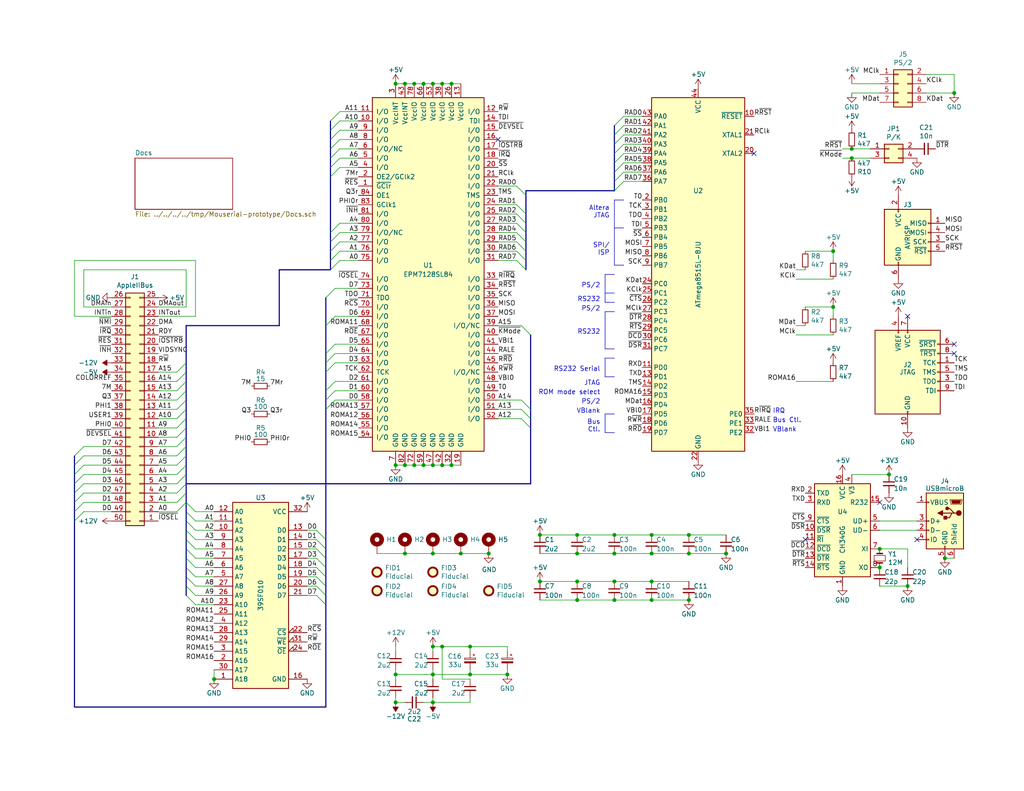
<source format=kicad_sch>
(kicad_sch (version 20230121) (generator eeschema)
  (paper "USLetter")
  (junction (at 260.35 25.4))
  (junction (at 147.32 146.05))
  (junction (at 110.49 22.86))
  (junction (at 118.11 191.77))
  (junction (at 157.48 158.75))
  (junction (at 113.03 127))
  (junction (at 118.11 176.53))
  (junction (at 198.12 151.13))
  (junction (at 123.19 127))
  (junction (at 107.95 184.15))
  (junction (at 123.19 22.86))
  (junction (at 128.27 176.53))
  (junction (at 227.33 68.58))
  (junction (at 120.65 176.53))
  (junction (at 133.35 151.13))
  (junction (at 107.95 191.77))
  (junction (at 240.03 149.86))
  (junction (at 240.03 154.94))
  (junction (at 107.95 127))
  (junction (at 157.48 163.83))
  (junction (at 138.43 184.15))
  (junction (at 147.32 158.75))
  (junction (at 157.48 151.13))
  (junction (at 227.33 83.82))
  (junction (at 118.11 22.86))
  (junction (at 118.11 151.13))
  (junction (at 118.11 127))
  (junction (at 118.11 184.15))
  (junction (at 232.41 43.18))
  (junction (at 113.03 22.86))
  (junction (at 177.8 151.13))
  (junction (at 110.49 127))
  (junction (at 177.8 163.83))
  (junction (at 247.65 160.02))
  (junction (at 115.57 22.86))
  (junction (at 167.64 151.13))
  (junction (at 177.8 146.05))
  (junction (at 125.73 151.13))
  (junction (at 187.96 151.13))
  (junction (at 187.96 163.83))
  (junction (at 257.81 152.4))
  (junction (at 167.64 146.05))
  (junction (at 167.64 158.75))
  (junction (at 177.8 158.75))
  (junction (at 232.41 40.64))
  (junction (at 167.64 163.83))
  (junction (at 115.57 127))
  (junction (at 187.96 146.05))
  (junction (at 110.49 151.13))
  (junction (at 128.27 184.15))
  (junction (at 107.95 22.86))
  (junction (at 120.65 127))
  (junction (at 157.48 146.05))
  (junction (at 58.42 185.42))
  (junction (at 120.65 22.86))
  (junction (at 242.57 129.54))
  (no_connect (at 260.35 93.98))
  (no_connect (at 205.74 41.91))
  (no_connect (at 247.65 86.36))
  (no_connect (at 260.35 96.52))
  (no_connect (at 219.71 147.32))
  (no_connect (at 250.19 147.32))
  (no_connect (at 135.89 38.1))
  (no_connect (at 240.03 137.16))
  (bus_entry (at 88.9 99.06) (size 2.54 -2.54))
  (bus_entry (at 50.8 119.38) (size -2.54 2.54))
  (bus_entry (at 50.8 132.08) (size -2.54 2.54))
  (bus_entry (at 50.8 121.92) (size -2.54 2.54))
  (bus_entry (at 20.32 139.7) (size 2.54 -2.54))
  (bus_entry (at 90.17 48.26) (size 2.54 -2.54))
  (bus_entry (at 50.8 101.6) (size -2.54 2.54))
  (bus_entry (at 143.51 53.34) (size -2.54 -2.54))
  (bus_entry (at 20.32 132.08) (size 2.54 -2.54))
  (bus_entry (at 50.8 116.84) (size -2.54 2.54))
  (bus_entry (at 86.36 162.56) (size 2.54 2.54))
  (bus_entry (at 86.36 160.02) (size 2.54 2.54))
  (bus_entry (at 144.78 116.84) (size -2.54 -2.54))
  (bus_entry (at 144.78 111.76) (size -2.54 -2.54))
  (bus_entry (at 20.32 134.62) (size 2.54 -2.54))
  (bus_entry (at 50.8 137.16) (size 2.54 2.54))
  (bus_entry (at 167.64 49.53) (size 2.54 -2.54))
  (bus_entry (at 20.32 142.24) (size 2.54 -2.54))
  (bus_entry (at 143.51 73.66) (size -2.54 -2.54))
  (bus_entry (at 88.9 101.6) (size 2.54 -2.54))
  (bus_entry (at 50.8 109.22) (size -2.54 2.54))
  (bus_entry (at 167.64 39.37) (size 2.54 -2.54))
  (bus_entry (at 90.17 68.58) (size 2.54 -2.54))
  (bus_entry (at 20.32 129.54) (size 2.54 -2.54))
  (bus_entry (at 90.17 43.18) (size 2.54 -2.54))
  (bus_entry (at 88.9 88.9) (size 2.54 -2.54))
  (bus_entry (at 50.8 99.06) (size -2.54 2.54))
  (bus_entry (at 88.9 81.28) (size 2.54 -2.54))
  (bus_entry (at 50.8 124.46) (size -2.54 2.54))
  (bus_entry (at 88.9 111.76) (size 2.54 -2.54))
  (bus_entry (at 90.17 40.64) (size 2.54 -2.54))
  (bus_entry (at 50.8 104.14) (size -2.54 2.54))
  (bus_entry (at 143.51 58.42) (size -2.54 -2.54))
  (bus_entry (at 50.8 114.3) (size -2.54 2.54))
  (bus_entry (at 50.8 160.02) (size 2.54 2.54))
  (bus_entry (at 90.17 71.12) (size 2.54 -2.54))
  (bus_entry (at 86.36 152.4) (size 2.54 2.54))
  (bus_entry (at 143.51 68.58) (size -2.54 -2.54))
  (bus_entry (at 143.51 71.12) (size -2.54 -2.54))
  (bus_entry (at 167.64 44.45) (size 2.54 -2.54))
  (bus_entry (at 50.8 111.76) (size -2.54 2.54))
  (bus_entry (at 88.9 106.68) (size 2.54 -2.54))
  (bus_entry (at 50.8 154.94) (size 2.54 2.54))
  (bus_entry (at 50.8 144.78) (size 2.54 2.54))
  (bus_entry (at 90.17 45.72) (size 2.54 -2.54))
  (bus_entry (at 143.51 60.96) (size -2.54 -2.54))
  (bus_entry (at 144.78 114.3) (size -2.54 -2.54))
  (bus_entry (at 50.8 129.54) (size -2.54 2.54))
  (bus_entry (at 50.8 127) (size -2.54 2.54))
  (bus_entry (at 167.64 36.83) (size 2.54 -2.54))
  (bus_entry (at 167.64 41.91) (size 2.54 -2.54))
  (bus_entry (at 50.8 162.56) (size 2.54 2.54))
  (bus_entry (at 90.17 38.1) (size 2.54 -2.54))
  (bus_entry (at 86.36 157.48) (size 2.54 2.54))
  (bus_entry (at 90.17 35.56) (size 2.54 -2.54))
  (bus_entry (at 50.8 147.32) (size 2.54 2.54))
  (bus_entry (at 167.64 46.99) (size 2.54 -2.54))
  (bus_entry (at 167.64 34.29) (size 2.54 -2.54))
  (bus_entry (at 86.36 144.78) (size 2.54 2.54))
  (bus_entry (at 88.9 109.22) (size 2.54 -2.54))
  (bus_entry (at 86.36 149.86) (size 2.54 2.54))
  (bus_entry (at 50.8 152.4) (size 2.54 2.54))
  (bus_entry (at 20.32 137.16) (size 2.54 -2.54))
  (bus_entry (at 86.36 147.32) (size 2.54 2.54))
  (bus_entry (at 20.32 127) (size 2.54 -2.54))
  (bus_entry (at 20.32 124.46) (size 2.54 -2.54))
  (bus_entry (at 50.8 139.7) (size 2.54 2.54))
  (bus_entry (at 167.64 52.07) (size 2.54 -2.54))
  (bus_entry (at 50.8 134.62) (size -2.54 2.54))
  (bus_entry (at 50.8 137.16) (size -2.54 2.54))
  (bus_entry (at 50.8 157.48) (size 2.54 2.54))
  (bus_entry (at 86.36 154.94) (size 2.54 2.54))
  (bus_entry (at 88.9 96.52) (size 2.54 -2.54))
  (bus_entry (at 50.8 142.24) (size 2.54 2.54))
  (bus_entry (at 144.78 91.44) (size -2.54 -2.54))
  (bus_entry (at 50.8 106.68) (size -2.54 2.54))
  (bus_entry (at 143.51 66.04) (size -2.54 -2.54))
  (bus_entry (at 90.17 66.04) (size 2.54 -2.54))
  (bus_entry (at 143.51 63.5) (size -2.54 -2.54))
  (bus_entry (at 90.17 73.66) (size 2.54 -2.54))
  (bus_entry (at 90.17 63.5) (size 2.54 -2.54))
  (bus_entry (at 90.17 33.02) (size 2.54 -2.54))
  (bus_entry (at 50.8 149.86) (size 2.54 2.54))
  (wire (pts (xy 92.71 71.12) (xy 97.79 71.12)))
  (wire (pts (xy 177.8 163.83) (xy 187.96 163.83)))
  (wire (pts (xy 91.44 109.22) (xy 97.79 109.22)))
  (bus (pts (xy 167.64 44.45) (xy 167.64 46.99)))
  (wire (pts (xy 97.79 106.68) (xy 91.44 106.68)))
  (wire (pts (xy 240.03 149.86) (xy 247.65 149.86)))
  (wire (pts (xy 20.32 71.12) (xy 20.32 86.36)))
  (bus (pts (xy 88.9 154.94) (xy 88.9 157.48)))
  (polyline (pts (xy 167.64 85.09) (xy 165.1 85.09)))
  (bus (pts (xy 144.78 111.76) (xy 144.78 114.3)))
  (bus (pts (xy 167.64 41.91) (xy 167.64 44.45)))
  (wire (pts (xy 118.11 176.53) (xy 118.11 177.8)))
  (wire (pts (xy 118.11 190.5) (xy 118.11 191.77)))
  (wire (pts (xy 237.49 43.18) (xy 232.41 43.18)))
  (bus (pts (xy 167.64 46.99) (xy 167.64 49.53)))
  (wire (pts (xy 92.71 66.04) (xy 97.79 66.04)))
  (wire (pts (xy 187.96 146.05) (xy 198.12 146.05)))
  (wire (pts (xy 53.34 147.32) (xy 58.42 147.32)))
  (bus (pts (xy 143.51 66.04) (xy 143.51 68.58)))
  (wire (pts (xy 120.65 176.53) (xy 120.65 185.42)))
  (bus (pts (xy 88.9 160.02) (xy 88.9 162.56)))
  (bus (pts (xy 50.8 111.76) (xy 50.8 114.3)))
  (bus (pts (xy 88.9 149.86) (xy 88.9 152.4)))
  (bus (pts (xy 88.9 81.28) (xy 88.9 88.9)))
  (bus (pts (xy 20.32 124.46) (xy 20.32 127)))
  (wire (pts (xy 53.34 157.48) (xy 58.42 157.48)))
  (wire (pts (xy 120.65 176.53) (xy 128.27 176.53)))
  (bus (pts (xy 88.9 162.56) (xy 88.9 165.1)))
  (bus (pts (xy 50.8 157.48) (xy 50.8 160.02)))
  (bus (pts (xy 88.9 99.06) (xy 88.9 101.6)))
  (wire (pts (xy 92.71 63.5) (xy 97.79 63.5)))
  (wire (pts (xy 135.89 109.22) (xy 142.24 109.22)))
  (wire (pts (xy 22.86 127) (xy 30.48 127)))
  (bus (pts (xy 50.8 116.84) (xy 50.8 119.38)))
  (wire (pts (xy 30.48 83.82) (xy 22.86 83.82)))
  (bus (pts (xy 50.8 154.94) (xy 50.8 157.48)))
  (wire (pts (xy 167.64 158.75) (xy 177.8 158.75)))
  (wire (pts (xy 92.71 40.64) (xy 97.79 40.64)))
  (bus (pts (xy 90.17 45.72) (xy 90.17 48.26)))
  (bus (pts (xy 50.8 99.06) (xy 50.8 101.6)))
  (wire (pts (xy 138.43 184.15) (xy 138.43 182.88)))
  (wire (pts (xy 43.18 129.54) (xy 48.26 129.54)))
  (wire (pts (xy 83.82 144.78) (xy 86.36 144.78)))
  (bus (pts (xy 50.8 88.9) (xy 76.2 88.9)))
  (wire (pts (xy 107.95 190.5) (xy 107.95 191.77)))
  (wire (pts (xy 53.34 162.56) (xy 58.42 162.56)))
  (bus (pts (xy 167.64 34.29) (xy 167.64 36.83)))
  (bus (pts (xy 143.51 52.07) (xy 143.51 53.34)))
  (wire (pts (xy 22.86 73.66) (xy 50.8 73.66)))
  (wire (pts (xy 118.11 184.15) (xy 118.11 185.42)))
  (wire (pts (xy 92.71 33.02) (xy 97.79 33.02)))
  (bus (pts (xy 88.9 147.32) (xy 88.9 149.86)))
  (bus (pts (xy 143.51 68.58) (xy 143.51 71.12)))
  (wire (pts (xy 83.82 157.48) (xy 86.36 157.48)))
  (wire (pts (xy 118.11 182.88) (xy 118.11 184.15)))
  (bus (pts (xy 50.8 137.16) (xy 50.8 139.7)))
  (wire (pts (xy 227.33 83.82) (xy 227.33 86.36)))
  (bus (pts (xy 20.32 137.16) (xy 20.32 139.7)))
  (bus (pts (xy 167.64 36.83) (xy 167.64 39.37)))
  (bus (pts (xy 143.51 63.5) (xy 143.51 66.04)))
  (wire (pts (xy 53.34 71.12) (xy 20.32 71.12)))
  (wire (pts (xy 92.71 45.72) (xy 97.79 45.72)))
  (wire (pts (xy 252.73 25.4) (xy 260.35 25.4)))
  (wire (pts (xy 135.89 88.9) (xy 142.24 88.9)))
  (bus (pts (xy 90.17 66.04) (xy 90.17 68.58)))
  (wire (pts (xy 43.18 109.22) (xy 48.26 109.22)))
  (wire (pts (xy 92.71 43.18) (xy 97.79 43.18)))
  (wire (pts (xy 43.18 132.08) (xy 48.26 132.08)))
  (wire (pts (xy 43.18 111.76) (xy 48.26 111.76)))
  (wire (pts (xy 50.8 83.82) (xy 43.18 83.82)))
  (bus (pts (xy 20.32 127) (xy 20.32 129.54)))
  (wire (pts (xy 107.95 184.15) (xy 107.95 185.42)))
  (wire (pts (xy 83.82 147.32) (xy 86.36 147.32)))
  (polyline (pts (xy 167.64 62.23) (xy 170.18 62.23)))
  (wire (pts (xy 53.34 152.4) (xy 58.42 152.4)))
  (bus (pts (xy 50.8 139.7) (xy 50.8 142.24)))
  (bus (pts (xy 143.51 71.12) (xy 143.51 73.66)))
  (wire (pts (xy 157.48 146.05) (xy 147.32 146.05)))
  (wire (pts (xy 175.26 46.99) (xy 170.18 46.99)))
  (wire (pts (xy 252.73 20.32) (xy 260.35 20.32)))
  (bus (pts (xy 167.64 49.53) (xy 167.64 52.07)))
  (wire (pts (xy 118.11 22.86) (xy 115.57 22.86)))
  (wire (pts (xy 135.89 58.42) (xy 140.97 58.42)))
  (wire (pts (xy 147.32 158.75) (xy 157.48 158.75)))
  (polyline (pts (xy 165.1 118.11) (xy 167.64 118.11)))
  (wire (pts (xy 92.71 38.1) (xy 97.79 38.1)))
  (bus (pts (xy 50.8 101.6) (xy 50.8 104.14)))
  (bus (pts (xy 20.32 129.54) (xy 20.32 132.08)))
  (wire (pts (xy 175.26 41.91) (xy 170.18 41.91)))
  (wire (pts (xy 157.48 158.75) (xy 167.64 158.75)))
  (wire (pts (xy 107.95 176.53) (xy 107.95 177.8)))
  (bus (pts (xy 143.51 58.42) (xy 143.51 60.96)))
  (bus (pts (xy 143.51 60.96) (xy 143.51 63.5)))
  (wire (pts (xy 43.18 106.68) (xy 48.26 106.68)))
  (wire (pts (xy 113.03 127) (xy 110.49 127)))
  (wire (pts (xy 138.43 176.53) (xy 138.43 177.8)))
  (wire (pts (xy 58.42 185.42) (xy 58.42 182.88)))
  (wire (pts (xy 43.18 86.36) (xy 53.34 86.36)))
  (wire (pts (xy 83.82 149.86) (xy 86.36 149.86)))
  (wire (pts (xy 219.71 68.58) (xy 227.33 68.58)))
  (wire (pts (xy 43.18 134.62) (xy 48.26 134.62)))
  (bus (pts (xy 90.17 68.58) (xy 90.17 71.12)))
  (bus (pts (xy 144.78 114.3) (xy 144.78 116.84)))
  (wire (pts (xy 22.86 121.92) (xy 30.48 121.92)))
  (wire (pts (xy 260.35 25.4) (xy 260.35 20.32)))
  (wire (pts (xy 22.86 83.82) (xy 22.86 73.66)))
  (wire (pts (xy 198.12 151.13) (xy 187.96 151.13)))
  (wire (pts (xy 177.8 151.13) (xy 187.96 151.13)))
  (bus (pts (xy 90.17 38.1) (xy 90.17 40.64)))
  (wire (pts (xy 157.48 163.83) (xy 147.32 163.83)))
  (wire (pts (xy 240.03 25.4) (xy 232.41 25.4)))
  (wire (pts (xy 177.8 163.83) (xy 167.64 163.83)))
  (wire (pts (xy 135.89 111.76) (xy 142.24 111.76)))
  (wire (pts (xy 107.95 182.88) (xy 107.95 184.15)))
  (wire (pts (xy 43.18 116.84) (xy 48.26 116.84)))
  (wire (pts (xy 157.48 146.05) (xy 167.64 146.05)))
  (wire (pts (xy 250.19 142.24) (xy 240.03 142.24)))
  (bus (pts (xy 90.17 63.5) (xy 90.17 66.04)))
  (wire (pts (xy 135.89 114.3) (xy 142.24 114.3)))
  (wire (pts (xy 91.44 96.52) (xy 97.79 96.52)))
  (wire (pts (xy 247.65 160.02) (xy 240.03 160.02)))
  (bus (pts (xy 50.8 106.68) (xy 50.8 109.22)))
  (wire (pts (xy 120.65 185.42) (xy 128.27 185.42)))
  (bus (pts (xy 50.8 132.08) (xy 50.8 134.62)))
  (bus (pts (xy 50.8 114.3) (xy 50.8 116.84)))
  (wire (pts (xy 229.87 43.18) (xy 232.41 43.18)))
  (bus (pts (xy 167.64 39.37) (xy 167.64 41.91)))
  (wire (pts (xy 97.79 93.98) (xy 91.44 93.98)))
  (wire (pts (xy 97.79 78.74) (xy 91.44 78.74)))
  (wire (pts (xy 135.89 68.58) (xy 140.97 68.58)))
  (wire (pts (xy 22.86 134.62) (xy 30.48 134.62)))
  (polyline (pts (xy 165.1 113.03) (xy 167.64 113.03)))
  (polyline (pts (xy 165.1 74.93) (xy 165.1 82.55)))
  (wire (pts (xy 43.18 104.14) (xy 48.26 104.14)))
  (wire (pts (xy 217.17 104.14) (xy 227.33 104.14)))
  (bus (pts (xy 20.32 134.62) (xy 20.32 137.16)))
  (bus (pts (xy 88.9 165.1) (xy 88.9 193.04)))
  (polyline (pts (xy 165.1 118.11) (xy 165.1 113.03)))
  (bus (pts (xy 50.8 149.86) (xy 50.8 152.4)))
  (wire (pts (xy 128.27 176.53) (xy 138.43 176.53)))
  (bus (pts (xy 90.17 33.02) (xy 90.17 35.56)))
  (wire (pts (xy 22.86 137.16) (xy 30.48 137.16)))
  (wire (pts (xy 227.33 68.58) (xy 227.33 71.12)))
  (wire (pts (xy 125.73 22.86) (xy 123.19 22.86)))
  (wire (pts (xy 53.34 144.78) (xy 58.42 144.78)))
  (bus (pts (xy 50.8 152.4) (xy 50.8 154.94)))
  (bus (pts (xy 76.2 73.66) (xy 90.17 73.66)))
  (polyline (pts (xy 165.1 80.01) (xy 167.64 80.01)))
  (bus (pts (xy 20.32 139.7) (xy 20.32 142.24)))
  (bus (pts (xy 144.78 116.84) (xy 144.78 132.08)))
  (wire (pts (xy 175.26 31.75) (xy 170.18 31.75)))
  (wire (pts (xy 22.86 139.7) (xy 30.48 139.7)))
  (wire (pts (xy 43.18 101.6) (xy 48.26 101.6)))
  (wire (pts (xy 128.27 184.15) (xy 138.43 184.15)))
  (wire (pts (xy 147.32 151.13) (xy 157.48 151.13)))
  (wire (pts (xy 217.17 91.44) (xy 227.33 91.44)))
  (wire (pts (xy 83.82 152.4) (xy 86.36 152.4)))
  (wire (pts (xy 232.41 129.54) (xy 242.57 129.54)))
  (wire (pts (xy 128.27 176.53) (xy 128.27 177.8)))
  (wire (pts (xy 53.34 139.7) (xy 58.42 139.7)))
  (polyline (pts (xy 165.1 82.55) (xy 167.64 82.55)))
  (wire (pts (xy 128.27 190.5) (xy 128.27 191.77)))
  (polyline (pts (xy 165.1 97.79) (xy 165.1 102.87)))
  (bus (pts (xy 90.17 48.26) (xy 90.17 63.5)))
  (wire (pts (xy 92.71 30.48) (xy 97.79 30.48)))
  (wire (pts (xy 120.65 127) (xy 118.11 127)))
  (wire (pts (xy 240.03 22.86) (xy 232.41 22.86)))
  (wire (pts (xy 43.18 119.38) (xy 48.26 119.38)))
  (bus (pts (xy 143.51 52.07) (xy 167.64 52.07)))
  (wire (pts (xy 157.48 151.13) (xy 167.64 151.13)))
  (wire (pts (xy 53.34 160.02) (xy 58.42 160.02)))
  (wire (pts (xy 53.34 154.94) (xy 58.42 154.94)))
  (bus (pts (xy 88.9 106.68) (xy 88.9 109.22)))
  (wire (pts (xy 22.86 132.08) (xy 30.48 132.08)))
  (polyline (pts (xy 165.1 74.93) (xy 167.64 74.93)))
  (wire (pts (xy 43.18 127) (xy 48.26 127)))
  (bus (pts (xy 50.8 142.24) (xy 50.8 144.78)))
  (polyline (pts (xy 165.1 97.79) (xy 167.64 97.79)))
  (wire (pts (xy 157.48 163.83) (xy 167.64 163.83)))
  (wire (pts (xy 118.11 191.77) (xy 128.27 191.77)))
  (wire (pts (xy 113.03 22.86) (xy 110.49 22.86)))
  (wire (pts (xy 53.34 86.36) (xy 53.34 71.12)))
  (wire (pts (xy 118.11 184.15) (xy 107.95 184.15)))
  (bus (pts (xy 90.17 40.64) (xy 90.17 43.18)))
  (wire (pts (xy 177.8 146.05) (xy 187.96 146.05)))
  (wire (pts (xy 91.44 86.36) (xy 97.79 86.36)))
  (wire (pts (xy 43.18 137.16) (xy 48.26 137.16)))
  (wire (pts (xy 175.26 34.29) (xy 170.18 34.29)))
  (wire (pts (xy 43.18 124.46) (xy 48.26 124.46)))
  (wire (pts (xy 135.89 50.8) (xy 140.97 50.8)))
  (wire (pts (xy 107.95 191.77) (xy 110.49 191.77)))
  (wire (pts (xy 115.57 191.77) (xy 118.11 191.77)))
  (bus (pts (xy 50.8 124.46) (xy 50.8 127)))
  (wire (pts (xy 50.8 73.66) (xy 50.8 83.82)))
  (wire (pts (xy 135.89 66.04) (xy 140.97 66.04)))
  (bus (pts (xy 143.51 53.34) (xy 143.51 58.42)))
  (wire (pts (xy 118.11 176.53) (xy 120.65 176.53)))
  (wire (pts (xy 115.57 127) (xy 113.03 127)))
  (wire (pts (xy 43.18 121.92) (xy 48.26 121.92)))
  (wire (pts (xy 97.79 99.06) (xy 91.44 99.06)))
  (wire (pts (xy 167.64 146.05) (xy 177.8 146.05)))
  (wire (pts (xy 247.65 149.86) (xy 247.65 154.94)))
  (bus (pts (xy 50.8 109.22) (xy 50.8 111.76)))
  (bus (pts (xy 50.8 121.92) (xy 50.8 124.46)))
  (polyline (pts (xy 165.1 95.25) (xy 167.64 95.25)))
  (bus (pts (xy 50.8 129.54) (xy 50.8 132.08)))
  (bus (pts (xy 144.78 91.44) (xy 144.78 111.76)))
  (wire (pts (xy 110.49 22.86) (xy 107.95 22.86)))
  (polyline (pts (xy 165.1 102.87) (xy 167.64 102.87)))
  (wire (pts (xy 217.17 88.9) (xy 219.71 88.9)))
  (wire (pts (xy 217.17 73.66) (xy 219.71 73.66)))
  (wire (pts (xy 118.11 151.13) (xy 110.49 151.13)))
  (wire (pts (xy 123.19 127) (xy 125.73 127)))
  (wire (pts (xy 83.82 160.02) (xy 86.36 160.02)))
  (bus (pts (xy 88.9 111.76) (xy 88.9 147.32)))
  (bus (pts (xy 20.32 142.24) (xy 20.32 193.04)))
  (wire (pts (xy 175.26 44.45) (xy 170.18 44.45)))
  (wire (pts (xy 43.18 114.3) (xy 48.26 114.3)))
  (wire (pts (xy 125.73 151.13) (xy 118.11 151.13)))
  (wire (pts (xy 175.26 39.37) (xy 170.18 39.37)))
  (bus (pts (xy 50.8 104.14) (xy 50.8 106.68)))
  (wire (pts (xy 92.71 35.56) (xy 97.79 35.56)))
  (wire (pts (xy 128.27 184.15) (xy 128.27 182.88)))
  (wire (pts (xy 219.71 83.82) (xy 227.33 83.82)))
  (wire (pts (xy 118.11 127) (xy 115.57 127)))
  (bus (pts (xy 50.8 88.9) (xy 50.8 99.06)))
  (wire (pts (xy 83.82 162.56) (xy 86.36 162.56)))
  (wire (pts (xy 110.49 127) (xy 107.95 127)))
  (wire (pts (xy 115.57 22.86) (xy 113.03 22.86)))
  (bus (pts (xy 90.17 35.56) (xy 90.17 38.1)))
  (wire (pts (xy 135.89 71.12) (xy 140.97 71.12)))
  (bus (pts (xy 50.8 119.38) (xy 50.8 121.92)))
  (wire (pts (xy 217.17 76.2) (xy 227.33 76.2)))
  (bus (pts (xy 88.9 96.52) (xy 88.9 99.06)))
  (wire (pts (xy 123.19 22.86) (xy 120.65 22.86)))
  (bus (pts (xy 50.8 127) (xy 50.8 129.54)))
  (wire (pts (xy 175.26 49.53) (xy 170.18 49.53)))
  (wire (pts (xy 22.86 129.54) (xy 30.48 129.54)))
  (wire (pts (xy 53.34 165.1) (xy 58.42 165.1)))
  (wire (pts (xy 118.11 184.15) (xy 128.27 184.15)))
  (bus (pts (xy 50.8 144.78) (xy 50.8 147.32)))
  (bus (pts (xy 20.32 193.04) (xy 88.9 193.04)))
  (wire (pts (xy 133.35 151.13) (xy 125.73 151.13)))
  (polyline (pts (xy 167.64 72.39) (xy 170.18 72.39)))
  (wire (pts (xy 257.81 152.4) (xy 260.35 152.4)))
  (wire (pts (xy 175.26 36.83) (xy 170.18 36.83)))
  (bus (pts (xy 88.9 109.22) (xy 88.9 111.76)))
  (wire (pts (xy 43.18 139.7) (xy 48.26 139.7)))
  (wire (pts (xy 53.34 149.86) (xy 58.42 149.86)))
  (wire (pts (xy 20.32 86.36) (xy 30.48 86.36)))
  (bus (pts (xy 20.32 132.08) (xy 20.32 134.62)))
  (wire (pts (xy 135.89 60.96) (xy 140.97 60.96)))
  (polyline (pts (xy 165.1 85.09) (xy 165.1 95.25)))
  (bus (pts (xy 90.17 71.12) (xy 90.17 73.66)))
  (wire (pts (xy 167.64 151.13) (xy 177.8 151.13)))
  (bus (pts (xy 88.9 101.6) (xy 88.9 106.68)))
  (bus (pts (xy 90.17 43.18) (xy 90.17 45.72)))
  (wire (pts (xy 97.79 60.96) (xy 92.71 60.96)))
  (wire (pts (xy 120.65 127) (xy 123.19 127)))
  (wire (pts (xy 135.89 55.88) (xy 140.97 55.88)))
  (polyline (pts (xy 167.64 54.61) (xy 170.18 54.61)))
  (bus (pts (xy 88.9 88.9) (xy 88.9 96.52)))
  (wire (pts (xy 22.86 124.46) (xy 30.48 124.46)))
  (wire (pts (xy 135.89 63.5) (xy 140.97 63.5)))
  (wire (pts (xy 53.34 142.24) (xy 58.42 142.24)))
  (wire (pts (xy 240.03 144.78) (xy 250.19 144.78)))
  (bus (pts (xy 88.9 152.4) (xy 88.9 154.94)))
  (wire (pts (xy 177.8 158.75) (xy 187.96 158.75)))
  (bus (pts (xy 88.9 157.48) (xy 88.9 160.02)))
  (wire (pts (xy 120.65 22.86) (xy 118.11 22.86)))
  (wire (pts (xy 91.44 104.14) (xy 97.79 104.14)))
  (wire (pts (xy 83.82 154.94) (xy 86.36 154.94)))
  (wire (pts (xy 237.49 40.64) (xy 232.41 40.64)))
  (bus (pts (xy 50.8 147.32) (xy 50.8 149.86)))
  (bus (pts (xy 76.2 88.9) (xy 76.2 73.66)))
  (wire (pts (xy 232.41 40.64) (xy 229.87 40.64)))
  (wire (pts (xy 110.49 151.13) (xy 102.87 151.13)))
  (bus (pts (xy 50.8 134.62) (xy 50.8 137.16)))
  (wire (pts (xy 92.71 68.58) (xy 97.79 68.58)))
  (bus (pts (xy 50.8 132.08) (xy 144.78 132.08)))
  (polyline (pts (xy 167.64 72.39) (xy 167.64 54.61)))
  (bus (pts (xy 50.8 160.02) (xy 50.8 162.56)))
  (text "JTAG" (at 163.83 105.41 0) (effects (font (size 1.27 1.27)) (justify right bottom)))
  (text "PS/2" (at 163.83 78.74 0) (effects (font (size 1.27 1.27)) (justify right bottom)))
  (text "VBlank" (at 210.82 118.11 0) (effects (font (size 1.27 1.27)) (justify left bottom)))
  (text "Bus Ctl." (at 210.82 115.57 0) (effects (font (size 1.27 1.27)) (justify left bottom)))
  (text "SPI/\nISP" (at 166.37 69.85 0) (effects (font (size 1.27 1.27)) (justify right bottom)))
  (text "PS/2" (at 163.83 110.49 0) (effects (font (size 1.27 1.27)) (justify right bottom)))
  (text "RS232" (at 163.83 91.44 0) (effects (font (size 1.27 1.27)) (justify right bottom)))
  (text "RS232" (at 163.83 82.55 0) (effects (font (size 1.27 1.27)) (justify right bottom)))
  (text "ROM mode select" (at 163.83 107.95 0) (effects (font (size 1.27 1.27)) (justify right bottom)))
  (text "RS232 Serial" (at 163.83 101.6 0) (effects (font (size 1.27 1.27)) (justify right bottom)))
  (text "IRQ" (at 210.82 113.03 0) (effects (font (size 1.27 1.27)) (justify left bottom)))
  (text "Altera\nJTAG" (at 166.37 59.69 0) (effects (font (size 1.27 1.27)) (justify right bottom)))
  (text "PS/2" (at 163.83 85.09 0) (effects (font (size 1.27 1.27)) (justify right bottom)))
  (text "VBlank" (at 163.83 113.03 0) (effects (font (size 1.27 1.27)) (justify right bottom)))
  (text "Bus\nCtl." (at 163.83 118.11 0) (effects (font (size 1.27 1.27)) (justify right bottom)))
  (label "T0" (at 175.26 54.61 180))
  (label "KDat" (at 175.26 77.47 180))
  (label "A6" (at 58.42 154.94 180))
  (label "VIDSYNC" (at 43.18 96.52 0))
  (label "RAD0" (at 135.89 50.8 0))
  (label "DMA" (at 43.18 88.9 0))
  (label "~{INH}" (at 30.48 96.52 180))
  (label "VBl0" (at 175.26 113.03 180))
  (label "TDI" (at 135.89 33.02 0))
  (label "A5" (at 43.18 127 0))
  (label "R~{OE}" (at 83.82 177.8 0))
  (label "R~{IRQ}" (at 135.89 76.2 0))
  (label "INTin" (at 30.48 86.36 180))
  (label "~{DEVSEL}" (at 30.48 119.38 180))
  (label "RAD5" (at 135.89 66.04 0))
  (label "VBl0" (at 135.89 104.14 0))
  (label "T0" (at 135.89 106.68 0))
  (label "D5" (at 97.79 93.98 180))
  (label "R~{CS}" (at 83.82 172.72 0))
  (label "RAD3" (at 175.26 39.37 180))
  (label "RAD4" (at 175.26 41.91 180))
  (label "RAD1" (at 175.26 34.29 180))
  (label "D1" (at 83.82 147.32 0))
  (label "RAD3" (at 135.89 60.96 0))
  (label "A12" (at 135.89 114.3 0))
  (label "D7" (at 83.82 162.56 0))
  (label "RClk" (at 205.74 36.83 0))
  (label "VBl1" (at 205.74 118.11 0))
  (label "~{DCD}" (at 219.71 149.86 180))
  (label "TDI" (at 260.35 106.68 0))
  (label "Q3" (at 30.48 109.22 180))
  (label "~{IOSTRB}" (at 43.18 93.98 0))
  (label "A1" (at 43.18 137.16 0))
  (label "A7" (at 43.18 121.92 0))
  (label "7M" (at 30.48 106.68 180))
  (label "~{DTR}" (at 219.71 152.4 180))
  (label "A15" (at 135.89 88.9 0))
  (label "RAD1" (at 135.89 55.88 0))
  (label "ROMA14" (at 58.42 175.26 180))
  (label "A8" (at 58.42 160.02 180))
  (label "MOSI" (at 135.89 86.36 0))
  (label "ROMA11" (at 97.79 88.9 180))
  (label "TXD" (at 219.71 137.16 180))
  (label "~{RES}" (at 30.48 93.98 180))
  (label "D6" (at 30.48 124.46 180))
  (label "ROMA16" (at 217.17 104.14 180))
  (label "DMAin" (at 30.48 83.82 180))
  (label "ROMA11" (at 58.42 167.64 180))
  (label "A15" (at 43.18 101.6 0))
  (label "D2" (at 30.48 134.62 180))
  (label "R~{RD}" (at 175.26 118.11 180))
  (label "R~{RST}" (at 229.87 40.64 180))
  (label "Q3" (at 68.58 113.03 180))
  (label "D3" (at 97.79 99.06 180))
  (label "A6" (at 43.18 124.46 0))
  (label "A10" (at 43.18 114.3 0))
  (label "KClk" (at 252.73 22.86 0))
  (label "KDat" (at 217.17 73.66 180))
  (label "TDO" (at 175.26 59.69 180))
  (label "ROMA13" (at 58.42 172.72 180))
  (label "~{IOSEL}" (at 97.79 76.2 180))
  (label "RAD6" (at 135.89 68.58 0))
  (label "D6" (at 83.82 160.02 0))
  (label "A7" (at 58.42 157.48 180))
  (label "~{NMI}" (at 30.48 88.9 180))
  (label "~{IRQ}" (at 135.89 43.18 0))
  (label "A0" (at 43.18 139.7 0))
  (label "~{SS}" (at 135.89 45.72 0))
  (label "ROMA16" (at 175.26 107.95 180))
  (label "MOSI" (at 175.26 67.31 180))
  (label "TDO" (at 97.79 81.28 180))
  (label "A0" (at 97.79 71.12 180))
  (label "7Mr" (at 97.79 48.26 180))
  (label "TMS" (at 175.26 105.41 180))
  (label "A7" (at 97.79 40.64 180))
  (label "RAD0" (at 175.26 31.75 180))
  (label "ROMA12" (at 97.79 114.3 180))
  (label "MISO" (at 175.26 69.85 180))
  (label "A0" (at 58.42 139.7 180))
  (label "A10" (at 97.79 33.02 180))
  (label "SCK" (at 175.26 72.39 180))
  (label "COLORREF" (at 30.48 104.14 180))
  (label "RAD2" (at 175.26 36.83 180))
  (label "D7" (at 97.79 78.74 180))
  (label "A13" (at 135.89 111.76 0))
  (label "MDat" (at 240.03 27.94 180))
  (label "~{DTR}" (at 175.26 87.63 180))
  (label "Q3r" (at 73.66 113.03 0))
  (label "RDY" (at 43.18 91.44 0))
  (label "ROMA15" (at 58.42 177.8 180))
  (label "RAD5" (at 175.26 44.45 180))
  (label "D0" (at 83.82 144.78 0))
  (label "KDat" (at 252.73 27.94 0))
  (label "D0" (at 97.79 109.22 180))
  (label "MDat" (at 217.17 88.9 180))
  (label "D4" (at 30.48 129.54 180))
  (label "D0" (at 30.48 139.7 180))
  (label "~{IOSTRB}" (at 135.89 40.64 0))
  (label "A1" (at 58.42 142.24 180))
  (label "ROMA14" (at 97.79 116.84 180))
  (label "RXD" (at 175.26 100.33 180))
  (label "ROMA16" (at 58.42 180.34 180))
  (label "PHI0r" (at 97.79 55.88 180))
  (label "RXD" (at 219.71 134.62 180))
  (label "A12" (at 43.18 109.22 0))
  (label "A4" (at 97.79 60.96 180))
  (label "D3" (at 83.82 152.4 0))
  (label "A9" (at 97.79 35.56 180))
  (label "D4" (at 97.79 96.52 180))
  (label "A8" (at 97.79 38.1 180))
  (label "A11" (at 97.79 30.48 180))
  (label "INTout" (at 43.18 86.36 0))
  (label "R~{W}" (at 135.89 30.48 0))
  (label "MClk" (at 240.03 20.32 180))
  (label "PHI0r" (at 73.66 120.65 0))
  (label "VBl1" (at 135.89 93.98 0))
  (label "RAD7" (at 175.26 49.53 180))
  (label "A9" (at 58.42 162.56 180))
  (label "MISO" (at 135.89 83.82 0))
  (label "R~{RST}" (at 135.89 78.74 0))
  (label "R~{IRQ}" (at 205.74 113.03 0))
  (label "~{IRQ}" (at 30.48 91.44 180))
  (label "TMS" (at 260.35 101.6 0))
  (label "RALE" (at 205.74 115.57 0))
  (label "TXD" (at 175.26 102.87 180))
  (label "~{DCD}" (at 175.26 92.71 180))
  (label "A9" (at 43.18 116.84 0))
  (label "A2" (at 97.79 66.04 180))
  (label "D3" (at 30.48 132.08 180))
  (label "R~{RST}" (at 257.81 68.58 0))
  (label "R~{W}" (at 43.18 99.06 0))
  (label "7M" (at 68.58 105.41 180))
  (label "TCK" (at 260.35 99.06 0))
  (label "R~{RST}" (at 205.74 31.75 0))
  (label "A3" (at 58.42 147.32 180))
  (label "D1" (at 30.48 137.16 180))
  (label "A8" (at 43.18 119.38 0))
  (label "R~{RD}" (at 135.89 99.06 0))
  (label "R~{WR}" (at 135.89 101.6 0))
  (label "RALE" (at 135.89 96.52 0))
  (label "MClk" (at 217.17 91.44 180))
  (label "Q3r" (at 97.79 53.34 180))
  (label "A13" (at 43.18 106.68 0))
  (label "A3" (at 43.18 132.08 0))
  (label "~{RTS}" (at 219.71 154.94 180))
  (label "A4" (at 58.42 149.86 180))
  (label "~{KMode}" (at 135.89 91.44 0))
  (label "TDO" (at 260.35 104.14 0))
  (label "~{DSR}" (at 175.26 95.25 180))
  (label "SCK" (at 257.81 66.04 0))
  (label "TMS" (at 135.89 53.34 0))
  (label "A5" (at 58.42 152.4 180))
  (label "~{KMode}" (at 229.87 43.18 180))
  (label "RClk" (at 135.89 48.26 0))
  (label "MISO" (at 257.81 60.96 0))
  (label "PHI1" (at 30.48 111.76 180))
  (label "~{DTR}" (at 255.27 40.64 0))
  (label "D1" (at 97.79 106.68 180))
  (label "A5" (at 97.79 45.72 180))
  (label "SCK" (at 135.89 81.28 0))
  (label "A3" (at 97.79 63.5 180))
  (label "R~{OE}" (at 97.79 91.44 180))
  (label "ROMA13" (at 97.79 111.76 180))
  (label "KClk" (at 175.26 80.01 180))
  (label "RAD2" (at 135.89 58.42 0))
  (label "A10" (at 58.42 165.1 180))
  (label "TCK" (at 175.26 57.15 180))
  (label "R~{W}" (at 83.82 175.26 0))
  (label "A11" (at 43.18 111.76 0))
  (label "A2" (at 43.18 134.62 0))
  (label "D4" (at 83.82 154.94 0))
  (label "A14" (at 43.18 104.14 0))
  (label "~{RES}" (at 97.79 50.8 180))
  (label "TDI" (at 175.26 62.23 180))
  (label "D7" (at 30.48 121.92 180))
  (label "~{SS}" (at 175.26 64.77 180))
  (label "D5" (at 30.48 127 180))
  (label "~{DEVSEL}" (at 135.89 35.56 0))
  (label "7Mr" (at 73.66 105.41 0))
  (label "~{CTS}" (at 175.26 82.55 180))
  (label "MDat" (at 175.26 110.49 180))
  (label "A14" (at 135.89 109.22 0))
  (label "KClk" (at 217.17 76.2 180))
  (label "RAD6" (at 175.26 46.99 180))
  (label "A1" (at 97.79 68.58 180))
  (label "ROMA12" (at 58.42 170.18 180))
  (label "PHI0" (at 68.58 120.65 180))
  (label "A6" (at 97.79 43.18 180))
  (label "D2" (at 97.79 104.14 180))
  (label "~{IOSEL}" (at 43.18 142.24 0))
  (label "~{CTS}" (at 219.71 142.24 180))
  (label "MOSI" (at 257.81 63.5 0))
  (label "A4" (at 43.18 129.54 0))
  (label "RAD4" (at 135.89 63.5 0))
  (label "TCK" (at 97.79 101.6 180))
  (label "DMAout" (at 43.18 83.82 0))
  (label "D5" (at 83.82 157.48 0))
  (label "D2" (at 83.82 149.86 0))
  (label "PHI0" (at 30.48 116.84 180))
  (label "ROMA15" (at 97.79 119.38 180))
  (label "MClk" (at 175.26 85.09 180))
  (label "RAD7" (at 135.89 71.12 0))
  (label "~{INH}" (at 97.79 58.42 180))
  (label "R~{CS}" (at 97.79 83.82 180))
  (label "~{DSR}" (at 219.71 144.78 180))
  (label "~{RTS}" (at 175.26 90.17 180))
  (label "R~{WR}" (at 175.26 115.57 180))
  (label "USER1" (at 30.48 114.3 180))
  (label "A2" (at 58.42 144.78 180))
  (label "D6" (at 97.79 86.36 180))
  (symbol (lib_id "power:GND") (at 187.96 163.83 0) (unit 1)
    (property "Reference" "#PWR0145" (effects hide))
    (property "Value" "GND" (at 187.96 167.64 0))
  )
  (symbol (lib_id "power:+5V") (at 118.11 176.53 0) (mirror y) (unit 1)
    (property "Reference" "#PWR0146" (effects hide))
    (property "Value" "+5V" (at 118.11 172.72 0))
  )
  (symbol (lib_id "Mouserial-rescue:EPM7128SL84-stdparts") (at 116.84 73.66 0) (mirror y) (unit 1)
    (property "Reference" "U1" (at 116.84 72.39 0))
    (property "Value" "EPM7128SL84" (at 116.84 74.93 0))
    (property "Footprint" "stdpads:PLCC-84_SMDSocket" (effects hide))
  )
  (symbol (lib_id "Device:C_Small") (at 157.48 161.29 0) (unit 1)
    (property "Reference" "C8" (at 158.75 160.02 0) (effects (justify left)))
    (property "Value" "100n" (at 158.75 162.56 0) (effects (justify left)))
    (property "Footprint" "stdpads:C_0805" (effects hide))
  )
  (symbol (lib_id "Device:C_Small") (at 167.64 161.29 0) (unit 1)
    (property "Reference" "C9" (at 168.91 160.02 0) (effects (justify left)))
    (property "Value" "100n" (at 168.91 162.56 0) (effects (justify left)))
    (property "Footprint" "stdpads:C_0805" (effects hide))
  )
  (symbol (lib_id "Device:C_Small") (at 177.8 161.29 0) (unit 1)
    (property "Reference" "C10" (at 179.07 160.02 0) (effects (justify left)))
    (property "Value" "100n" (at 179.07 162.56 0) (effects (justify left)))
    (property "Footprint" "stdpads:C_0805" (effects hide))
  )
  (symbol (lib_id "Device:C_Small") (at 187.96 161.29 0) (unit 1)
    (property "Reference" "C11" (at 189.23 160.02 0) (effects (justify left)))
    (property "Value" "100n" (at 189.23 162.56 0) (effects (justify left)))
    (property "Footprint" "stdpads:C_0805" (effects hide))
  )
  (symbol (lib_id "Mechanical:MountingHole_Pad") (at 125.73 148.59 0) (unit 1)
    (property "Reference" "H4" (at 128.27 147.2946 0) (effects (justify left)))
    (property "Value" " " (at 128.27 149.606 0) (effects (justify left)))
    (property "Footprint" "stdpads:PasteHole_1.1mm_PTH" (effects hide))
  )
  (symbol (lib_id "Mechanical:MountingHole_Pad") (at 133.35 148.59 0) (unit 1)
    (property "Reference" "H5" (at 135.89 147.2946 0) (effects (justify left)))
    (property "Value" " " (at 135.89 149.606 0) (effects (justify left)))
    (property "Footprint" "stdpads:PasteHole_1.1mm_PTH" (effects hide))
  )
  (symbol (lib_id "Connector_Generic:Conn_02x25_Counter_Clockwise") (at 38.1 111.76 180) (unit 1)
    (property "Reference" "J1" (at 36.83 75.565 0))
    (property "Value" "AppleIIBus" (at 36.83 77.8764 0))
    (property "Footprint" "stdpads:AppleIIBus_Edge" (effects hide))
  )
  (symbol (lib_id "power:-12V") (at 30.48 99.06 90) (unit 1)
    (property "Reference" "#PWR0102" (effects hide))
    (property "Value" "-12V" (at 26.67 99.06 90) (effects (justify left)))
  )
  (symbol (lib_id "power:-5V") (at 30.48 101.6 90) (unit 1)
    (property "Reference" "#PWR0101" (effects hide))
    (property "Value" "-5V" (at 26.67 101.6 90) (effects (justify left)))
  )
  (symbol (lib_id "power:+12V") (at 30.48 142.24 90) (unit 1)
    (property "Reference" "#PWR0103" (effects hide))
    (property "Value" "+12V" (at 26.67 142.24 90) (effects (justify left)))
  )
  (symbol (lib_id "power:GND") (at 30.48 81.28 270) (unit 1)
    (property "Reference" "#PWR0108" (effects hide))
    (property "Value" "GND" (at 25.4 81.28 90))
  )
  (symbol (lib_id "power:+5V") (at 43.18 81.28 270) (unit 1)
    (property "Reference" "#PWR0109" (effects hide))
    (property "Value" "+5V" (at 48.26 81.28 90))
  )
  (symbol (lib_id "Device:C_Small") (at 118.11 187.96 0) (mirror y) (unit 1)
    (property "Reference" "C15" (at 116.84 186.69 0) (effects (justify left)))
    (property "Value" "2u2" (at 116.84 189.23 0) (effects (justify left)))
    (property "Footprint" "stdpads:C_0805" (effects hide))
  )
  (symbol (lib_id "power:-5V") (at 118.11 191.77 0) (mirror x) (unit 1)
    (property "Reference" "#PWR0112" (effects hide))
    (property "Value" "-5V" (at 118.11 195.58 0))
  )
  (symbol (lib_id "Device:C_Small") (at 118.11 180.34 0) (mirror y) (unit 1)
    (property "Reference" "C14" (at 116.84 179.07 0) (effects (justify left)))
    (property "Value" "2u2" (at 116.84 181.61 0) (effects (justify left)))
    (property "Footprint" "stdpads:C_0805" (effects hide))
  )
  (symbol (lib_id "Mouserial-rescue:CP_Small-Device") (at 128.27 180.34 0) (mirror y) (unit 1)
    (property "Reference" "C16" (at 126.0348 179.1716 0) (effects (justify left)))
    (property "Value" "33u" (at 126.0348 181.483 0) (effects (justify left)))
    (property "Footprint" "stdpads:CP_EIA-3528" (effects hide))
  )
  (symbol (lib_id "Device:C_Small") (at 147.32 148.59 0) (unit 1)
    (property "Reference" "C1" (at 148.59 147.32 0) (effects (justify left)))
    (property "Value" "2u2" (at 148.59 149.86 0) (effects (justify left)))
    (property "Footprint" "stdpads:C_0805" (effects hide))
  )
  (symbol (lib_id "Device:C_Small") (at 198.12 148.59 0) (unit 1)
    (property "Reference" "C6" (at 199.39 147.32 0) (effects (justify left)))
    (property "Value" "100n" (at 199.39 149.86 0) (effects (justify left)))
    (property "Footprint" "stdpads:C_0805" (effects hide))
  )
  (symbol (lib_id "Device:C_Small") (at 167.64 148.59 0) (unit 1)
    (property "Reference" "C3" (at 168.91 147.32 0) (effects (justify left)))
    (property "Value" "100n" (at 168.91 149.86 0) (effects (justify left)))
    (property "Footprint" "stdpads:C_0805" (effects hide))
  )
  (symbol (lib_id "Device:C_Small") (at 157.48 148.59 0) (unit 1)
    (property "Reference" "C2" (at 158.75 147.32 0) (effects (justify left)))
    (property "Value" "2u2" (at 158.75 149.86 0) (effects (justify left)))
    (property "Footprint" "stdpads:C_0805" (effects hide))
  )
  (symbol (lib_id "power:GND") (at 198.12 151.13 0) (unit 1)
    (property "Reference" "#PWR0110" (effects hide))
    (property "Value" "GND" (at 198.12 154.94 0))
  )
  (symbol (lib_id "power:+5V") (at 147.32 158.75 0) (unit 1)
    (property "Reference" "#PWR0111" (effects hide))
    (property "Value" "+5V" (at 147.32 154.94 0))
  )
  (symbol (lib_id "power:GND") (at 138.43 184.15 0) (unit 1)
    (property "Reference" "#PWR0115" (effects hide))
    (property "Value" "GND" (at 138.43 187.96 0))
  )
  (symbol (lib_id "Mechanical:Fiducial") (at 102.87 156.21 0) (unit 1)
    (property "Reference" "FID1" (at 105.029 155.0416 0) (effects (justify left)))
    (property "Value" "Fiducial" (at 105.029 157.353 0) (effects (justify left)))
    (property "Footprint" "stdpads:Fiducial" (effects hide))
  )
  (symbol (lib_id "Mechanical:Fiducial") (at 102.87 161.29 0) (unit 1)
    (property "Reference" "FID2" (at 105.029 160.1216 0) (effects (justify left)))
    (property "Value" "Fiducial" (at 105.029 162.433 0) (effects (justify left)))
    (property "Footprint" "stdpads:Fiducial" (effects hide))
  )
  (symbol (lib_id "Mechanical:Fiducial") (at 118.11 161.29 0) (unit 1)
    (property "Reference" "FID4" (at 120.269 160.1216 0) (effects (justify left)))
    (property "Value" "Fiducial" (at 120.269 162.433 0) (effects (justify left)))
    (property "Footprint" "stdpads:Fiducial" (effects hide))
  )
  (symbol (lib_id "Mechanical:Fiducial") (at 118.11 156.21 0) (unit 1)
    (property "Reference" "FID3" (at 120.269 155.0416 0) (effects (justify left)))
    (property "Value" "Fiducial" (at 120.269 157.353 0) (effects (justify left)))
    (property "Footprint" "stdpads:Fiducial" (effects hide))
  )
  (symbol (lib_id "Mechanical:Fiducial") (at 133.35 161.29 0) (unit 1)
    (property "Reference" "FID5" (at 135.509 160.1216 0) (effects (justify left)))
    (property "Value" "Fiducial" (at 135.509 162.433 0) (effects (justify left)))
    (property "Footprint" "stdpads:Fiducial" (effects hide))
  )
  (symbol (lib_id "Mouserial-rescue:CP_Small-Device") (at 138.43 180.34 0) (mirror y) (unit 1)
    (property "Reference" "C23" (at 136.1948 179.1716 0) (effects (justify left)))
    (property "Value" "33u" (at 136.1948 181.483 0) (effects (justify left)))
    (property "Footprint" "stdpads:CP_EIA-3528" (effects hide))
  )
  (symbol (lib_id "power:GND") (at 242.57 134.62 0) (unit 1)
    (property "Reference" "#PWR0129" (effects hide))
    (property "Value" "GND" (at 242.57 138.43 0))
  )
  (symbol (lib_id "Device:C_Small") (at 128.27 187.96 0) (mirror y) (unit 1)
    (property "Reference" "C17" (at 127 186.69 0) (effects (justify left)))
    (property "Value" "2u2" (at 127 189.23 0) (effects (justify left)))
    (property "Footprint" "stdpads:C_0805" (effects hide))
  )
  (symbol (lib_id "power:GND") (at 58.42 185.42 0) (unit 1)
    (property "Reference" "#PWR0138" (effects hide))
    (property "Value" "GND" (at 58.42 189.23 0))
  )
  (symbol (lib_id "Device:R_Small") (at 227.33 101.6 0) (unit 1)
    (property "Reference" "R7" (at 228.8286 100.4316 0) (effects (justify left)))
    (property "Value" "4k7" (at 228.8286 102.743 0) (effects (justify left)))
    (property "Footprint" "stdpads:R_0805" (effects hide))
  )
  (symbol (lib_id "power:+5V") (at 227.33 99.06 0) (unit 1)
    (property "Reference" "#PWR0139" (effects hide))
    (property "Value" "+5V" (at 227.33 95.25 0))
  )
  (symbol (lib_id "Device:C_Small") (at 113.03 191.77 270) (mirror x) (unit 1)
    (property "Reference" "C22" (at 113.03 195.58 90) (effects (justify bottom)))
    (property "Value" "2u2" (at 113.03 194.31 90))
    (property "Footprint" "stdpads:C_0805" (effects hide))
  )
  (symbol (lib_id "Connector_Generic:Conn_02x04_Odd_Even") (at 245.11 22.86 0) (unit 1)
    (property "Reference" "J5" (at 246.38 14.8082 0))
    (property "Value" "PS/2" (at 246.38 17.1196 0))
    (property "Footprint" "stdpads:IDC_SMD_2x04_P2.54mm_Vertical" (effects hide))
  )
  (symbol (lib_id "power:GND") (at 232.41 25.4 0) (unit 1)
    (property "Reference" "#PWR0107" (effects hide))
    (property "Value" "GND" (at 232.41 29.21 0))
  )
  (symbol (lib_id "power:+5V") (at 232.41 22.86 0) (unit 1)
    (property "Reference" "#PWR0130" (effects hide))
    (property "Value" "+5V" (at 232.41 19.05 0))
  )
  (symbol (lib_id "power:GND") (at 260.35 25.4 0) (unit 1)
    (property "Reference" "#PWR0131" (effects hide))
    (property "Value" "GND" (at 260.35 29.21 0))
  )
  (symbol (lib_id "Device:R_Small") (at 219.71 71.12 0) (unit 1)
    (property "Reference" "R8" (at 221.2086 69.9516 0) (effects (justify left)))
    (property "Value" "4k7" (at 221.2086 72.263 0) (effects (justify left)))
    (property "Footprint" "stdpads:R_0805" (effects hide))
  )
  (symbol (lib_id "Device:R_Small") (at 227.33 73.66 0) (unit 1)
    (property "Reference" "R9" (at 228.8286 72.4916 0) (effects (justify left)))
    (property "Value" "4k7" (at 228.8286 74.803 0) (effects (justify left)))
    (property "Footprint" "stdpads:R_0805" (effects hide))
  )
  (symbol (lib_id "power:+5V") (at 227.33 68.58 0) (unit 1)
    (property "Reference" "#PWR0134" (effects hide))
    (property "Value" "+5V" (at 227.33 64.77 0))
  )
  (symbol (lib_id "Device:R_Small") (at 71.12 105.41 270) (unit 1)
    (property "Reference" "R4" (at 71.12 101.6 90))
    (property "Value" "15" (at 71.12 104.14 90) (effects (justify bottom)))
    (property "Footprint" "stdpads:R_0805" (effects hide))
  )
  (symbol (lib_id "Connector_Generic:Conn_02x02_Odd_Even") (at 242.57 40.64 0) (unit 1)
    (property "Reference" "JP1" (at 243.84 35.1282 0))
    (property "Value" "P/K" (at 243.84 37.4396 0))
    (property "Footprint" "Connector_PinHeader_2.54mm:PinHeader_2x02_P2.54mm_Vertical_SMD" (effects hide))
  )
  (symbol (lib_id "Device:R_Small") (at 232.41 45.72 0) (mirror x) (unit 1)
    (property "Reference" "R10" (at 233.9086 46.8884 0) (effects (justify left)))
    (property "Value" "4k7" (at 233.9086 44.577 0) (effects (justify left)))
    (property "Footprint" "stdpads:R_0805" (effects hide))
  )
  (symbol (lib_id "power:+5V") (at 232.41 48.26 0) (mirror x) (unit 1)
    (property "Reference" "#PWR0133" (effects hide))
    (property "Value" "+5V" (at 232.41 52.07 0))
  )
  (symbol (lib_id "power:GND") (at 250.19 43.18 0) (unit 1)
    (property "Reference" "#PWR0137" (effects hide))
    (property "Value" "GND" (at 250.19 46.99 0))
  )
  (symbol (lib_id "Device:R_Small") (at 71.12 113.03 270) (unit 1)
    (property "Reference" "R6" (at 71.12 109.22 90))
    (property "Value" "100" (at 71.12 111.76 90) (effects (justify bottom)))
    (property "Footprint" "stdpads:R_0805" (effects hide))
  )
  (symbol (lib_id "Device:R_Small") (at 71.12 120.65 270) (unit 1)
    (property "Reference" "R5" (at 71.12 116.84 90))
    (property "Value" "100" (at 71.12 119.38 90) (effects (justify bottom)))
    (property "Footprint" "stdpads:R_0805" (effects hide))
  )
  (symbol (lib_id "Mouserial-rescue:AVR-JTAG-10-Connector") (at 247.65 101.6 0) (unit 1)
    (property "Reference" "J2" (at 247.65 100.33 0) (effects (justify bottom)))
    (property "Value" "JTAG" (at 247.65 101.6 0))
    (property "Footprint" "stdpads:IDC_SMD_2x05_P2.54mm_Vertical" (effects hide))
    (property "Datasheet" " ~" (effects hide))
  )
  (symbol (lib_id "power:GND") (at 247.65 116.84 0) (unit 1)
    (property "Reference" "#PWR0114" (effects hide))
    (property "Value" "GND" (at 247.65 120.65 0))
  )
  (symbol (lib_id "power:+5V") (at 245.11 86.36 0) (unit 1)
    (property "Reference" "#PWR0104" (effects hide))
    (property "Value" "+5V" (at 245.11 82.55 0))
  )
  (symbol (lib_id "Interface_USB:CH340G") (at 229.87 144.78 0) (mirror y) (unit 1)
    (property "Reference" "U4" (at 229.87 139.7 0))
    (property "Value" "CH340G" (at 229.87 147.32 90))
    (property "Footprint" "stdpads:SOIC-16_3.9mm" (effects hide))
    (property "Datasheet" "http://www.datasheet5.com/pdf-local-2195953" (effects hide))
  )
  (symbol (lib_id "Device:Crystal_Small") (at 240.03 152.4 270) (unit 1)
    (property "Reference" "Y1" (at 242.2652 151.2316 90) (effects (justify left)))
    (property "Value" "12M" (at 242.2652 153.543 90) (effects (justify left)))
    (property "Footprint" "stdpads:Crystal_HC49-SMD" (effects hide))
  )
  (symbol (lib_id "Mouserial-rescue:USB_B_Micro-Connector") (at 257.81 142.24 0) (mirror y) (unit 1)
    (property "Reference" "J4" (at 257.81 132.08 0) (effects (justify bottom)))
    (property "Value" "USBmicroB" (at 257.81 133.35 0))
    (property "Footprint" "stdpads:USB_Micro-B_Amphenol_10118192-0001" (effects hide))
  )
  (symbol (lib_id "Device:C_Small") (at 252.73 40.64 270) (unit 1)
    (property "Reference" "C21" (at 252.73 34.8234 90))
    (property "Value" "10n" (at 252.73 37.1348 90))
    (property "Footprint" "stdpads:C_0805" (effects hide))
  )
  (symbol (lib_id "power:GND") (at 257.81 152.4 0) (mirror y) (unit 1)
    (property "Reference" "#PWR0113" (effects hide))
    (property "Value" "GND" (at 257.81 156.21 0))
  )
  (symbol (lib_id "power:+5V") (at 229.87 129.54 0) (mirror y) (unit 1)
    (property "Reference" "#PWR0121" (effects hide))
    (property "Value" "+5V" (at 229.87 125.73 0))
  )
  (symbol (lib_id "Device:C_Small") (at 240.03 157.48 0) (unit 1)
    (property "Reference" "C18" (at 241.3 156.21 0) (effects (justify left)))
    (property "Value" "22p" (at 241.3 158.75 0) (effects (justify left)))
    (property "Footprint" "stdpads:C_0805" (effects hide))
  )
  (symbol (lib_id "Device:C_Small") (at 247.65 157.48 0) (unit 1)
    (property "Reference" "C20" (at 248.92 156.21 0) (effects (justify left)))
    (property "Value" "22p" (at 248.92 158.75 0) (effects (justify left)))
    (property "Footprint" "stdpads:C_0805" (effects hide))
  )
  (symbol (lib_id "power:GND") (at 247.65 160.02 0) (mirror y) (unit 1)
    (property "Reference" "#PWR0122" (effects hide))
    (property "Value" "GND" (at 247.65 163.83 0))
  )
  (symbol (lib_id "Device:R_Small") (at 219.71 86.36 0) (unit 1)
    (property "Reference" "R2" (at 221.2086 85.1916 0) (effects (justify left)))
    (property "Value" "4k7" (at 221.2086 87.503 0) (effects (justify left)))
    (property "Footprint" "stdpads:R_0805" (effects hide))
  )
  (symbol (lib_id "Device:R_Small") (at 227.33 88.9 0) (unit 1)
    (property "Reference" "R3" (at 228.8286 87.7316 0) (effects (justify left)))
    (property "Value" "4k7" (at 228.8286 90.043 0) (effects (justify left)))
    (property "Footprint" "stdpads:R_0805" (effects hide))
  )
  (symbol (lib_id "power:+5V") (at 227.33 83.82 0) (unit 1)
    (property "Reference" "#PWR0123" (effects hide))
    (property "Value" "+5V" (at 227.33 80.01 0))
  )
  (symbol (lib_id "Mouserial-rescue:39F040-stdparts") (at 71.12 162.56 0) (unit 1)
    (property "Reference" "U3" (at 71.12 135.89 0))
    (property "Value" "39SF010" (at 71.12 162.56 90))
    (property "Footprint" "stdpads:PLCC-32_SMDSocket" (effects hide))
    (property "Datasheet" "http://ww1.microchip.com/downloads/en/DeviceDoc/25022B.pdf" (effects hide))
  )
  (symbol (lib_id "power:GND") (at 83.82 185.42 0) (unit 1)
    (property "Reference" "#PWR0105" (effects hide))
    (property "Value" "GND" (at 83.82 189.23 0))
  )
  (symbol (lib_id "power:+5V") (at 83.82 139.7 0) (unit 1)
    (property "Reference" "#PWR0106" (effects hide))
    (property "Value" "+5V" (at 83.82 135.89 0))
  )
  (symbol (lib_id "power:GND") (at 229.87 160.02 0) (mirror y) (unit 1)
    (property "Reference" "#PWR0127" (effects hide))
    (property "Value" "GND" (at 229.87 163.83 0))
  )
  (symbol (lib_id "power:+3V3") (at 242.57 129.54 0) (unit 1)
    (property "Reference" "#PWR0128" (effects hide))
    (property "Value" "+3V3" (at 242.57 125.73 0))
  )
  (symbol (lib_id "Device:C_Small") (at 242.57 132.08 0) (unit 1)
    (property "Reference" "C19" (at 243.84 130.81 0) (effects (justify left)))
    (property "Value" "10n" (at 243.84 133.35 0) (effects (justify left)))
    (property "Footprint" "stdpads:C_0805" (effects hide))
  )
  (symbol (lib_id "Device:C_Small") (at 107.95 180.34 0) (mirror y) (unit 1)
    (property "Reference" "C12" (at 106.68 179.07 0) (effects (justify left)))
    (property "Value" "2u2" (at 106.68 181.61 0) (effects (justify left)))
    (property "Footprint" "stdpads:C_0805" (effects hide))
  )
  (symbol (lib_id "Device:C_Small") (at 107.95 187.96 0) (mirror y) (unit 1)
    (property "Reference" "C13" (at 106.68 186.69 0) (effects (justify left)))
    (property "Value" "2u2" (at 106.68 189.23 0) (effects (justify left)))
    (property "Footprint" "stdpads:C_0805" (effects hide))
  )
  (symbol (lib_id "power:-12V") (at 107.95 191.77 180) (unit 1)
    (property "Reference" "#PWR0116" (effects hide))
    (property "Value" "-12V" (at 107.95 195.58 0))
  )
  (symbol (lib_id "power:+12V") (at 107.95 176.53 0) (unit 1)
    (property "Reference" "#PWR0117" (effects hide))
    (property "Value" "+12V" (at 107.95 172.72 0))
  )
  (symbol (lib_id "Mouserial-rescue:ATmega8515L-8JU-MCU_Microchip_ATmega") (at 190.5 74.93 0) (mirror y) (unit 1)
    (property "Reference" "U2" (at 190.5 52.07 0))
    (property "Value" "ATmega8515L-8JU" (at 190.5 74.93 90))
    (property "Footprint" "stdpads:PLCC-44_SMDSocket" (effects hide))
    (property "Datasheet" "http://ww1.microchip.com/downloads/en/DeviceDoc/doc2512.pdf" (effects hide))
  )
  (symbol (lib_id "power:GND") (at 190.5 125.73 0) (mirror y) (unit 1)
    (property "Reference" "#PWR0118" (effects hide))
    (property "Value" "GND" (at 190.5 129.54 0))
  )
  (symbol (lib_id "Mouserial-rescue:AVR-ISP-6-Connector") (at 247.65 66.04 0) (unit 1)
    (property "Reference" "J3" (at 247.65 55.88 0))
    (property "Value" "AVRISP" (at 247.65 64.77 90))
    (property "Footprint" "stdpads:IDC_SMD_2x03_P2.54mm_Vertical" (effects hide))
    (property "Datasheet" " ~" (effects hide))
  )
  (symbol (lib_id "power:GND") (at 245.11 76.2 0) (unit 1)
    (property "Reference" "#PWR0119" (effects hide))
    (property "Value" "GND" (at 245.11 80.01 0))
  )
  (symbol (lib_id "power:+5V") (at 245.11 53.34 0) (unit 1)
    (property "Reference" "#PWR0124" (effects hide))
    (property "Value" "+5V" (at 245.11 49.53 0))
  )
  (symbol (lib_id "Device:R_Small") (at 232.41 38.1 0) (unit 1)
    (property "Reference" "R1" (at 233.9086 36.9316 0) (effects (justify left)))
    (property "Value" "4k7" (at 233.9086 39.243 0) (effects (justify left)))
    (property "Footprint" "stdpads:R_0805" (effects hide))
  )
  (symbol (lib_id "power:+5V") (at 232.41 35.56 0) (mirror y) (unit 1)
    (property "Reference" "#PWR0125" (effects hide))
    (property "Value" "+5V" (at 232.41 31.75 0))
  )
  (symbol (lib_id "power:+5V") (at 190.5 24.13 0) (unit 1)
    (property "Reference" "#PWR0126" (effects hide))
    (property "Value" "+5V" (at 190.5 20.32 0))
  )
  (symbol (lib_id "power:+5V") (at 147.32 146.05 0) (unit 1)
    (property "Reference" "#PWR0120" (effects hide))
    (property "Value" "+5V" (at 147.32 142.24 0))
  )
  (symbol (lib_id "Device:C_Small") (at 177.8 148.59 0) (unit 1)
    (property "Reference" "C4" (at 179.07 147.32 0) (effects (justify left)))
    (property "Value" "100n" (at 179.07 149.86 0) (effects (justify left)))
    (property "Footprint" "stdpads:C_0805" (effects hide))
  )
  (symbol (lib_id "Device:C_Small") (at 187.96 148.59 0) (unit 1)
    (property "Reference" "C5" (at 189.23 147.32 0) (effects (justify left)))
    (property "Value" "100n" (at 189.23 149.86 0) (effects (justify left)))
    (property "Footprint" "stdpads:C_0805" (effects hide))
  )
  (symbol (lib_id "Device:C_Small") (at 147.32 161.29 0) (unit 1)
    (property "Reference" "C7" (at 148.59 160.02 0) (effects (justify left)))
    (property "Value" "100n" (at 148.59 162.56 0) (effects (justify left)))
    (property "Footprint" "stdpads:C_0805" (effects hide))
  )
  (symbol (lib_id "power:+5V") (at 107.95 22.86 0) (mirror y) (unit 1)
    (property "Reference" "#PWR0135" (effects hide))
    (property "Value" "+5V" (at 107.95 19.05 0))
  )
  (symbol (lib_id "power:GND") (at 107.95 127 0) (mirror y) (unit 1)
    (property "Reference" "#PWR0136" (effects hide))
    (property "Value" "GND" (at 107.95 130.81 0))
  )
  (symbol (lib_id "Mechanical:MountingHole_Pad") (at 102.87 148.59 0) (unit 1)
    (property "Reference" "H1" (at 105.41 147.2946 0) (effects (justify left)))
    (property "Value" " " (at 105.41 149.606 0) (effects (justify left)))
    (property "Footprint" "stdpads:PasteHole_1.1mm_PTH" (effects hide))
  )
  (symbol (lib_id "Mechanical:MountingHole_Pad") (at 110.49 148.59 0) (unit 1)
    (property "Reference" "H2" (at 113.03 147.2946 0) (effects (justify left)))
    (property "Value" " " (at 113.03 149.606 0) (effects (justify left)))
    (property "Footprint" "stdpads:PasteHole_1.1mm_PTH" (effects hide))
  )
  (symbol (lib_id "Mechanical:MountingHole_Pad") (at 118.11 148.59 0) (unit 1)
    (property "Reference" "H3" (at 120.65 147.2946 0) (effects (justify left)))
    (property "Value" " " (at 120.65 149.606 0) (effects (justify left)))
    (property "Footprint" "stdpads:PasteHole_1.1mm_PTH" (effects hide))
  )
  (symbol (lib_id "power:GND") (at 133.35 151.13 0) (unit 1)
    (property "Reference" "#PWR0132" (effects hide))
    (property "Value" "GND" (at 133.477 155.5242 0))
  )
  (sheet (at 36.83 43.18) (size 26.67 13.97)
    (property "Sheetname" "Docs" (at 36.83 42.4684 0) (effects (justify left bottom)))
    (property "Sheetfile" "../../../../tmp/Mouserial-prototype/Docs.sch" (at 36.83 57.7346 0) (effects (justify left top)))
  )
)
</source>
